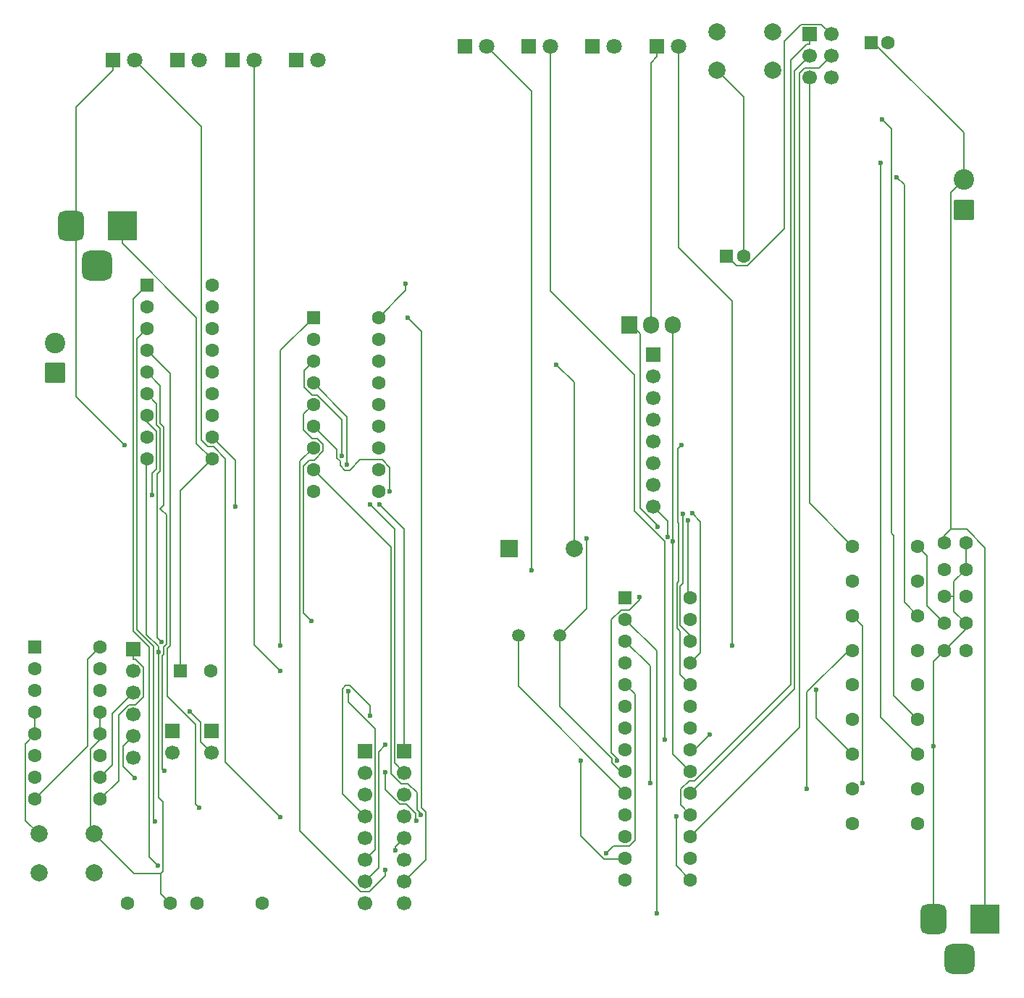
<source format=gbr>
%TF.GenerationSoftware,KiCad,Pcbnew,9.0.7*%
%TF.CreationDate,2026-02-28T21:15:57+05:30*%
%TF.ProjectId,IPD AVR (2),49504420-4156-4522-9028-32292e6b6963,rev?*%
%TF.SameCoordinates,Original*%
%TF.FileFunction,Copper,L2,Bot*%
%TF.FilePolarity,Positive*%
%FSLAX46Y46*%
G04 Gerber Fmt 4.6, Leading zero omitted, Abs format (unit mm)*
G04 Created by KiCad (PCBNEW 9.0.7) date 2026-02-28 21:15:57*
%MOMM*%
%LPD*%
G01*
G04 APERTURE LIST*
G04 Aperture macros list*
%AMRoundRect*
0 Rectangle with rounded corners*
0 $1 Rounding radius*
0 $2 $3 $4 $5 $6 $7 $8 $9 X,Y pos of 4 corners*
0 Add a 4 corners polygon primitive as box body*
4,1,4,$2,$3,$4,$5,$6,$7,$8,$9,$2,$3,0*
0 Add four circle primitives for the rounded corners*
1,1,$1+$1,$2,$3*
1,1,$1+$1,$4,$5*
1,1,$1+$1,$6,$7*
1,1,$1+$1,$8,$9*
0 Add four rect primitives between the rounded corners*
20,1,$1+$1,$2,$3,$4,$5,0*
20,1,$1+$1,$4,$5,$6,$7,0*
20,1,$1+$1,$6,$7,$8,$9,0*
20,1,$1+$1,$8,$9,$2,$3,0*%
G04 Aperture macros list end*
%TA.AperFunction,ComponentPad*%
%ADD10R,1.905000X2.000000*%
%TD*%
%TA.AperFunction,ComponentPad*%
%ADD11O,1.905000X2.000000*%
%TD*%
%TA.AperFunction,ComponentPad*%
%ADD12R,1.700000X1.700000*%
%TD*%
%TA.AperFunction,ComponentPad*%
%ADD13C,1.700000*%
%TD*%
%TA.AperFunction,ComponentPad*%
%ADD14R,1.800000X1.800000*%
%TD*%
%TA.AperFunction,ComponentPad*%
%ADD15C,1.800000*%
%TD*%
%TA.AperFunction,ComponentPad*%
%ADD16C,1.600000*%
%TD*%
%TA.AperFunction,ComponentPad*%
%ADD17RoundRect,0.250000X-0.550000X-0.550000X0.550000X-0.550000X0.550000X0.550000X-0.550000X0.550000X0*%
%TD*%
%TA.AperFunction,ComponentPad*%
%ADD18C,1.500000*%
%TD*%
%TA.AperFunction,ComponentPad*%
%ADD19RoundRect,0.250001X0.949999X-0.949999X0.949999X0.949999X-0.949999X0.949999X-0.949999X-0.949999X0*%
%TD*%
%TA.AperFunction,ComponentPad*%
%ADD20C,2.400000*%
%TD*%
%TA.AperFunction,ComponentPad*%
%ADD21R,2.000000X2.000000*%
%TD*%
%TA.AperFunction,ComponentPad*%
%ADD22C,2.000000*%
%TD*%
%TA.AperFunction,ComponentPad*%
%ADD23R,3.500000X3.500000*%
%TD*%
%TA.AperFunction,ComponentPad*%
%ADD24RoundRect,0.750000X-0.750000X-1.000000X0.750000X-1.000000X0.750000X1.000000X-0.750000X1.000000X0*%
%TD*%
%TA.AperFunction,ComponentPad*%
%ADD25RoundRect,0.875000X-0.875000X-0.875000X0.875000X-0.875000X0.875000X0.875000X-0.875000X0.875000X0*%
%TD*%
%TA.AperFunction,ViaPad*%
%ADD26C,0.600000*%
%TD*%
%TA.AperFunction,Conductor*%
%ADD27C,0.200000*%
%TD*%
G04 APERTURE END LIST*
D10*
%TO.P,U1,1,IN*%
%TO.N,V_Motor*%
X114880000Y-93450000D03*
D11*
%TO.P,U1,2,GND*%
%TO.N,GND*%
X117420000Y-93450000D03*
%TO.P,U1,3,OUT*%
%TO.N,+5V*%
X119960000Y-93450000D03*
%TD*%
D12*
%TO.P,J2,1,Pin_1*%
%TO.N,Net-(J2-Pin_1)*%
X135960000Y-59480000D03*
D13*
%TO.P,J2,2,Pin_2*%
%TO.N,+5V*%
X138500000Y-59480000D03*
%TO.P,J2,3,Pin_3*%
%TO.N,Net-(J2-Pin_3)*%
X135960000Y-62020000D03*
%TO.P,J2,4,Pin_4*%
%TO.N,Net-(J2-Pin_4)*%
X138500000Y-62020000D03*
%TO.P,J2,5,Pin_5*%
%TO.N,Net-(J2-Pin_5)*%
X135960000Y-64560000D03*
%TO.P,J2,6,Pin_6*%
%TO.N,GND*%
X138500000Y-64560000D03*
%TD*%
D14*
%TO.P,D6,1,K*%
%TO.N,GND*%
X68500000Y-62500000D03*
D15*
%TO.P,D6,2,A*%
%TO.N,Net-(D6-A)*%
X71040000Y-62500000D03*
%TD*%
D16*
%TO.P,R10,1*%
%TO.N,5v*%
X64340000Y-161100000D03*
%TO.P,R10,2*%
%TO.N,reset*%
X71960000Y-161100000D03*
%TD*%
%TO.P,C4,1*%
%TO.N,Net-(U2-XTAL1{slash}PB6)*%
X151770000Y-122100000D03*
%TO.P,C4,2*%
%TO.N,GND*%
X154270000Y-122100000D03*
%TD*%
D14*
%TO.P,D5,1,K*%
%TO.N,GND*%
X110620000Y-60920000D03*
D15*
%TO.P,D5,2,A*%
%TO.N,Net-(D5-A)*%
X113160000Y-60920000D03*
%TD*%
D14*
%TO.P,D8,1,K*%
%TO.N,GND*%
X75980000Y-62500000D03*
D15*
%TO.P,D8,2,A*%
%TO.N,Net-(D8-A)*%
X78520000Y-62500000D03*
%TD*%
D12*
%TO.P,J3,1,Pin_1*%
%TO.N,PD7*%
X84000000Y-143340000D03*
D13*
%TO.P,J3,2,Pin_2*%
%TO.N,PD6*%
X84000000Y-145880000D03*
%TO.P,J3,3,Pin_3*%
%TO.N,PD5*%
X84000000Y-148420000D03*
%TO.P,J3,4,Pin_4*%
%TO.N,PD4*%
X84000000Y-150960000D03*
%TO.P,J3,5,Pin_5*%
%TO.N,PD3*%
X84000000Y-153500000D03*
%TO.P,J3,6,Pin_6*%
%TO.N,PD2*%
X84000000Y-156040000D03*
%TO.P,J3,7,Pin_7*%
%TO.N,PD1*%
X84000000Y-158580000D03*
%TO.P,J3,8,Pin_8*%
%TO.N,PD0*%
X84000000Y-161120000D03*
%TD*%
D16*
%TO.P,R8,1*%
%TO.N,PD1*%
X141000000Y-147750000D03*
%TO.P,R8,2*%
%TO.N,Net-(D3-A)*%
X148620000Y-147750000D03*
%TD*%
D14*
%TO.P,D7,1,K*%
%TO.N,GND*%
X118100000Y-60920000D03*
D15*
%TO.P,D7,2,A*%
%TO.N,Net-(D7-A)*%
X120640000Y-60920000D03*
%TD*%
D17*
%TO.P,C8,1*%
%TO.N,12v*%
X62424700Y-133930000D03*
D16*
%TO.P,C8,2*%
%TO.N,GND*%
X65924700Y-133930000D03*
%TD*%
D18*
%TO.P,Y1,1,1*%
%TO.N,Net-(U2-XTAL2{slash}PB7)*%
X101910000Y-129800000D03*
%TO.P,Y1,2,2*%
%TO.N,Net-(U2-XTAL1{slash}PB6)*%
X106790000Y-129800000D03*
%TD*%
D16*
%TO.P,R1,1*%
%TO.N,Net-(J2-Pin_5)*%
X141000000Y-119400000D03*
%TO.P,R1,2*%
%TO.N,+5V*%
X148620000Y-119400000D03*
%TD*%
D14*
%TO.P,D4,1,K*%
%TO.N,GND*%
X62040000Y-62500000D03*
D15*
%TO.P,D4,2,A*%
%TO.N,Net-(D4-A)*%
X64580000Y-62500000D03*
%TD*%
D12*
%TO.P,J8,1,Pin_1*%
%TO.N,Net-(J8-Pin_1)*%
X56910000Y-131450000D03*
D13*
%TO.P,J8,2,Pin_2*%
%TO.N,Net-(J8-Pin_2)*%
X56910000Y-133990000D03*
%TO.P,J8,3,Pin_3*%
%TO.N,Net-(J8-Pin_3)*%
X56910000Y-136530000D03*
%TO.P,J8,4,Pin_4*%
%TO.N,Net-(J8-Pin_4)*%
X56910000Y-139070000D03*
%TO.P,J8,5,Pin_5*%
%TO.N,Net-(J8-Pin_5)*%
X56910000Y-141610000D03*
%TO.P,J8,6,Pin_6*%
%TO.N,Net-(J8-Pin_6)*%
X56910000Y-144150000D03*
%TD*%
D14*
%TO.P,D1,1,K*%
%TO.N,GND*%
X95660000Y-60920000D03*
D15*
%TO.P,D1,2,A*%
%TO.N,Net-(D1-A)*%
X98200000Y-60920000D03*
%TD*%
D17*
%TO.P,U5,1,EN1\u002C2*%
%TO.N,Net-(J8-Pin_4)*%
X45420000Y-131200000D03*
D16*
%TO.P,U5,2,1A*%
%TO.N,Net-(J8-Pin_6)*%
X45420000Y-133740000D03*
%TO.P,U5,3,1Y*%
%TO.N,Net-(J9-Pin_1)*%
X45420000Y-136280000D03*
%TO.P,U5,4,GND*%
%TO.N,GND*%
X45420000Y-138820000D03*
%TO.P,U5,5,GND*%
X45420000Y-141360000D03*
%TO.P,U5,6,2Y*%
%TO.N,Net-(J9-Pin_2)*%
X45420000Y-143900000D03*
%TO.P,U5,7,2A*%
%TO.N,Net-(J8-Pin_5)*%
X45420000Y-146440000D03*
%TO.P,U5,8,VCC2*%
%TO.N,12v*%
X45420000Y-148980000D03*
%TO.P,U5,9,EN3\u002C4*%
%TO.N,Net-(J8-Pin_1)*%
X53040000Y-148980000D03*
%TO.P,U5,10,3A*%
%TO.N,Net-(J8-Pin_3)*%
X53040000Y-146440000D03*
%TO.P,U5,11,3Y*%
%TO.N,Net-(J10-Pin_1)*%
X53040000Y-143900000D03*
%TO.P,U5,12,GND*%
%TO.N,GND*%
X53040000Y-141360000D03*
%TO.P,U5,13,GND*%
X53040000Y-138820000D03*
%TO.P,U5,14,4Y*%
%TO.N,Net-(J10-Pin_2)*%
X53040000Y-136280000D03*
%TO.P,U5,15,4A*%
%TO.N,Net-(J8-Pin_2)*%
X53040000Y-133740000D03*
%TO.P,U5,16,VCC1*%
%TO.N,12v*%
X53040000Y-131200000D03*
%TD*%
D19*
%TO.P,J4,1,Pin_1*%
%TO.N,Net-(J4-Pin_1)*%
X154000000Y-80000000D03*
D20*
%TO.P,J4,2,Pin_2*%
%TO.N,V_Motor*%
X154000000Y-76500000D03*
%TD*%
D16*
%TO.P,C2,1*%
%TO.N,V_Motor*%
X151770000Y-118950000D03*
%TO.P,C2,2*%
%TO.N,GND*%
X154270000Y-118950000D03*
%TD*%
D17*
%TO.P,C3,1*%
%TO.N,+5V*%
X126289800Y-85410000D03*
D16*
%TO.P,C3,2*%
%TO.N,GND*%
X128289800Y-85410000D03*
%TD*%
D12*
%TO.P,J7,1,Pin_1*%
%TO.N,Net-(J7-Pin_1)*%
X117680000Y-96960000D03*
D13*
%TO.P,J7,2,Pin_2*%
%TO.N,Net-(J7-Pin_2)*%
X117680000Y-99500000D03*
%TO.P,J7,3,Pin_3*%
%TO.N,Net-(J7-Pin_3)*%
X117680000Y-102040000D03*
%TO.P,J7,4,Pin_4*%
%TO.N,Net-(J7-Pin_4)*%
X117680000Y-104580000D03*
%TO.P,J7,5,Pin_5*%
%TO.N,Net-(J7-Pin_5)*%
X117680000Y-107120000D03*
%TO.P,J7,6,Pin_6*%
%TO.N,Net-(J7-Pin_6)*%
X117680000Y-109660000D03*
%TO.P,J7,7,Pin_7*%
%TO.N,Net-(J7-Pin_7)*%
X117680000Y-112200000D03*
%TO.P,J7,8,Pin_8*%
%TO.N,Net-(J7-Pin_8)*%
X117680000Y-114740000D03*
%TD*%
D12*
%TO.P,J10,1,Pin_1*%
%TO.N,Net-(J10-Pin_1)*%
X66090000Y-141000000D03*
D13*
%TO.P,J10,2,Pin_2*%
%TO.N,Net-(J10-Pin_2)*%
X66090000Y-143540000D03*
%TD*%
D16*
%TO.P,C7,1*%
%TO.N,GND*%
X151770000Y-131550000D03*
%TO.P,C7,2*%
%TO.N,Net-(U2-AREF)*%
X154270000Y-131550000D03*
%TD*%
D19*
%TO.P,J5,1,Pin_1*%
%TO.N,Net-(J5-Pin_1)*%
X47790000Y-99120000D03*
D20*
%TO.P,J5,2,Pin_2*%
%TO.N,V_Motor*%
X47790000Y-95620000D03*
%TD*%
D16*
%TO.P,R5,1*%
%TO.N,PD4*%
X141000000Y-135600000D03*
%TO.P,R5,2*%
%TO.N,Net-(D6-A)*%
X148620000Y-135600000D03*
%TD*%
%TO.P,R4,1*%
%TO.N,PD5*%
X141000000Y-131550000D03*
%TO.P,R4,2*%
%TO.N,Net-(D7-A)*%
X148620000Y-131550000D03*
%TD*%
D12*
%TO.P,J6,1,Pin_1*%
%TO.N,Net-(J6-Pin_1)*%
X88590000Y-143340000D03*
D13*
%TO.P,J6,2,Pin_2*%
%TO.N,Net-(J6-Pin_2)*%
X88590000Y-145880000D03*
%TO.P,J6,3,Pin_3*%
%TO.N,Net-(J6-Pin_3)*%
X88590000Y-148420000D03*
%TO.P,J6,4,Pin_4*%
%TO.N,Net-(J6-Pin_4)*%
X88590000Y-150960000D03*
%TO.P,J6,5,Pin_5*%
%TO.N,Net-(J6-Pin_5)*%
X88590000Y-153500000D03*
%TO.P,J6,6,Pin_6*%
%TO.N,Net-(J6-Pin_6)*%
X88590000Y-156040000D03*
%TO.P,J6,7,Pin_7*%
%TO.N,Net-(J6-Pin_7)*%
X88590000Y-158580000D03*
%TO.P,J6,8,Pin_8*%
%TO.N,Net-(J6-Pin_8)*%
X88590000Y-161120000D03*
%TD*%
D16*
%TO.P,C5,1*%
%TO.N,GND*%
X151770000Y-125250000D03*
%TO.P,C5,2*%
%TO.N,Net-(U2-XTAL2{slash}PB7)*%
X154270000Y-125250000D03*
%TD*%
D12*
%TO.P,J9,1,Pin_1*%
%TO.N,Net-(J9-Pin_1)*%
X61500000Y-141000000D03*
D13*
%TO.P,J9,2,Pin_2*%
%TO.N,Net-(J9-Pin_2)*%
X61500000Y-143540000D03*
%TD*%
D16*
%TO.P,R7,1*%
%TO.N,PD2*%
X141000000Y-143700000D03*
%TO.P,R7,2*%
%TO.N,Net-(D4-A)*%
X148620000Y-143700000D03*
%TD*%
D17*
%TO.P,U3,1,I1*%
%TO.N,PC0*%
X77950000Y-92620000D03*
D16*
%TO.P,U3,2,I2*%
%TO.N,PC1*%
X77950000Y-95160000D03*
%TO.P,U3,3,I3*%
%TO.N,PC2*%
X77950000Y-97700000D03*
%TO.P,U3,4,I4*%
%TO.N,PC3*%
X77950000Y-100240000D03*
%TO.P,U3,5,I5*%
%TO.N,PC4*%
X77950000Y-102780000D03*
%TO.P,U3,6,I6*%
%TO.N,PC5*%
X77950000Y-105320000D03*
%TO.P,U3,7,I7*%
%TO.N,PB0*%
X77950000Y-107860000D03*
%TO.P,U3,8,I8*%
%TO.N,PB1*%
X77950000Y-110400000D03*
%TO.P,U3,9,GND*%
%TO.N,GND*%
X77950000Y-112940000D03*
%TO.P,U3,10,COM*%
%TO.N,V_Motor*%
X85570000Y-112940000D03*
%TO.P,U3,11,O8*%
%TO.N,unconnected-(U3-O8-Pad11)*%
X85570000Y-110400000D03*
%TO.P,U3,12,O7*%
%TO.N,unconnected-(U3-O7-Pad12)*%
X85570000Y-107860000D03*
%TO.P,U3,13,O6*%
%TO.N,unconnected-(U3-O6-Pad13)*%
X85570000Y-105320000D03*
%TO.P,U3,14,O5*%
%TO.N,unconnected-(U3-O5-Pad14)*%
X85570000Y-102780000D03*
%TO.P,U3,15,O4*%
%TO.N,unconnected-(U3-O4-Pad15)*%
X85570000Y-100240000D03*
%TO.P,U3,16,O3*%
%TO.N,Net-(BZ1--)*%
X85570000Y-97700000D03*
%TO.P,U3,17,O2*%
%TO.N,Net-(J5-Pin_1)*%
X85570000Y-95160000D03*
%TO.P,U3,18,O1*%
%TO.N,Net-(J4-Pin_1)*%
X85570000Y-92620000D03*
%TD*%
D21*
%TO.P,BZ1,1,+*%
%TO.N,V_Motor*%
X100850000Y-119670000D03*
D22*
%TO.P,BZ1,2,-*%
%TO.N,Net-(BZ1--)*%
X108450000Y-119670000D03*
%TD*%
D16*
%TO.P,R6,1*%
%TO.N,PD3*%
X141000000Y-139650000D03*
%TO.P,R6,2*%
%TO.N,Net-(D5-A)*%
X148620000Y-139650000D03*
%TD*%
D17*
%TO.P,U4,1,I1*%
%TO.N,Net-(J6-Pin_8)*%
X58500000Y-88860000D03*
D16*
%TO.P,U4,2,I2*%
%TO.N,Net-(J6-Pin_7)*%
X58500000Y-91400000D03*
%TO.P,U4,3,I3*%
%TO.N,Net-(J6-Pin_6)*%
X58500000Y-93940000D03*
%TO.P,U4,4,I4*%
%TO.N,Net-(J6-Pin_5)*%
X58500000Y-96480000D03*
%TO.P,U4,5,I5*%
%TO.N,Net-(J6-Pin_4)*%
X58500000Y-99020000D03*
%TO.P,U4,6,I6*%
%TO.N,Net-(J6-Pin_3)*%
X58500000Y-101560000D03*
%TO.P,U4,7,I7*%
%TO.N,Net-(J6-Pin_2)*%
X58500000Y-104100000D03*
%TO.P,U4,8,I8*%
%TO.N,Net-(J6-Pin_1)*%
X58500000Y-106640000D03*
%TO.P,U4,9,GND*%
%TO.N,GND*%
X58500000Y-109180000D03*
%TO.P,U4,10,COM*%
%TO.N,12v*%
X66120000Y-109180000D03*
%TO.P,U4,11,O8*%
%TO.N,Net-(J7-Pin_8)*%
X66120000Y-106640000D03*
%TO.P,U4,12,O7*%
%TO.N,Net-(J7-Pin_7)*%
X66120000Y-104100000D03*
%TO.P,U4,13,O6*%
%TO.N,Net-(J7-Pin_6)*%
X66120000Y-101560000D03*
%TO.P,U4,14,O5*%
%TO.N,Net-(J7-Pin_5)*%
X66120000Y-99020000D03*
%TO.P,U4,15,O4*%
%TO.N,Net-(J7-Pin_4)*%
X66120000Y-96480000D03*
%TO.P,U4,16,O3*%
%TO.N,Net-(J7-Pin_3)*%
X66120000Y-93940000D03*
%TO.P,U4,17,O2*%
%TO.N,Net-(J7-Pin_2)*%
X66120000Y-91400000D03*
%TO.P,U4,18,O1*%
%TO.N,Net-(J7-Pin_1)*%
X66120000Y-88860000D03*
%TD*%
D17*
%TO.P,U2,1,~{RESET}/PC6*%
%TO.N,Net-(J2-Pin_5)*%
X114420000Y-125380000D03*
D16*
%TO.P,U2,2,PD0*%
%TO.N,PD0*%
X114420000Y-127920000D03*
%TO.P,U2,3,PD1*%
%TO.N,PD1*%
X114420000Y-130460000D03*
%TO.P,U2,4,PD2*%
%TO.N,PD2*%
X114420000Y-133000000D03*
%TO.P,U2,5,PD3*%
%TO.N,PD3*%
X114420000Y-135540000D03*
%TO.P,U2,6,PD4*%
%TO.N,PD4*%
X114420000Y-138080000D03*
%TO.P,U2,7,VCC*%
%TO.N,+5V*%
X114420000Y-140620000D03*
%TO.P,U2,8,GND*%
%TO.N,GND*%
X114420000Y-143160000D03*
%TO.P,U2,9,XTAL1/PB6*%
%TO.N,Net-(U2-XTAL1{slash}PB6)*%
X114420000Y-145700000D03*
%TO.P,U2,10,XTAL2/PB7*%
%TO.N,Net-(U2-XTAL2{slash}PB7)*%
X114420000Y-148240000D03*
%TO.P,U2,11,PD5*%
%TO.N,PD5*%
X114420000Y-150780000D03*
%TO.P,U2,12,PD6*%
%TO.N,PD6*%
X114420000Y-153320000D03*
%TO.P,U2,13,PD7*%
%TO.N,PD7*%
X114420000Y-155860000D03*
%TO.P,U2,14,PB0*%
%TO.N,PB0*%
X114420000Y-158400000D03*
%TO.P,U2,15,PB1*%
%TO.N,PB1*%
X122040000Y-158400000D03*
%TO.P,U2,16,PB2*%
%TO.N,unconnected-(U2-PB2-Pad16)*%
X122040000Y-155860000D03*
%TO.P,U2,17,PB3*%
%TO.N,Net-(J2-Pin_4)*%
X122040000Y-153320000D03*
%TO.P,U2,18,PB4*%
%TO.N,Net-(J2-Pin_1)*%
X122040000Y-150780000D03*
%TO.P,U2,19,PB5*%
%TO.N,Net-(J2-Pin_3)*%
X122040000Y-148240000D03*
%TO.P,U2,20,AVCC*%
%TO.N,+5V*%
X122040000Y-145700000D03*
%TO.P,U2,21,AREF*%
%TO.N,Net-(U2-AREF)*%
X122040000Y-143160000D03*
%TO.P,U2,22,GND*%
%TO.N,GND*%
X122040000Y-140620000D03*
%TO.P,U2,23,PC0*%
%TO.N,PC0*%
X122040000Y-138080000D03*
%TO.P,U2,24,PC1*%
%TO.N,PC1*%
X122040000Y-135540000D03*
%TO.P,U2,25,PC2*%
%TO.N,PC2*%
X122040000Y-133000000D03*
%TO.P,U2,26,PC3*%
%TO.N,PC3*%
X122040000Y-130460000D03*
%TO.P,U2,27,PC4*%
%TO.N,PC4*%
X122040000Y-127920000D03*
%TO.P,U2,28,PC5*%
%TO.N,PC5*%
X122040000Y-125380000D03*
%TD*%
D23*
%TO.P,J1,1*%
%TO.N,V_Motor*%
X156500000Y-163000000D03*
D24*
%TO.P,J1,2*%
%TO.N,GND*%
X150500000Y-163000000D03*
D25*
%TO.P,J1,3*%
%TO.N,N/C*%
X153500000Y-167700000D03*
%TD*%
D22*
%TO.P,SW2,1,1*%
%TO.N,GND*%
X45860000Y-153050000D03*
X52360000Y-153050000D03*
%TO.P,SW2,2,2*%
%TO.N,reset*%
X45860000Y-157550000D03*
X52360000Y-157550000D03*
%TD*%
D14*
%TO.P,D3,1,K*%
%TO.N,GND*%
X103140000Y-60920000D03*
D15*
%TO.P,D3,2,A*%
%TO.N,Net-(D3-A)*%
X105680000Y-60920000D03*
%TD*%
D16*
%TO.P,R2,1*%
%TO.N,PD7*%
X141000000Y-123450000D03*
%TO.P,R2,2*%
%TO.N,Net-(D1-A)*%
X148620000Y-123450000D03*
%TD*%
D17*
%TO.P,C1,1*%
%TO.N,V_Motor*%
X143169800Y-60460000D03*
D16*
%TO.P,C1,2*%
%TO.N,GND*%
X145169800Y-60460000D03*
%TD*%
%TO.P,C6,1*%
%TO.N,+5V*%
X151770000Y-128400000D03*
%TO.P,C6,2*%
%TO.N,GND*%
X154270000Y-128400000D03*
%TD*%
D23*
%TO.P,J11,1*%
%TO.N,12v*%
X55640000Y-81885000D03*
D24*
%TO.P,J11,2*%
%TO.N,GND*%
X49640000Y-81885000D03*
D25*
%TO.P,J11,3*%
%TO.N,N/C*%
X52640000Y-86585000D03*
%TD*%
D16*
%TO.P,R9,1*%
%TO.N,PD0*%
X141000000Y-151800000D03*
%TO.P,R9,2*%
%TO.N,Net-(D2-A)*%
X148620000Y-151800000D03*
%TD*%
%TO.P,R3,1*%
%TO.N,PD6*%
X141000000Y-127500000D03*
%TO.P,R3,2*%
%TO.N,Net-(D8-A)*%
X148620000Y-127500000D03*
%TD*%
D14*
%TO.P,D2,1,K*%
%TO.N,GND*%
X54560000Y-62500000D03*
D15*
%TO.P,D2,2,A*%
%TO.N,Net-(D2-A)*%
X57100000Y-62500000D03*
%TD*%
D16*
%TO.P,C9,1*%
%TO.N,reset*%
X56190000Y-161100000D03*
%TO.P,C9,2*%
%TO.N,GND*%
X61190000Y-161100000D03*
%TD*%
D22*
%TO.P,SW1,1,1*%
%TO.N,Net-(J2-Pin_5)*%
X125140000Y-59210000D03*
X131640000Y-59210000D03*
%TO.P,SW1,2,2*%
%TO.N,GND*%
X125140000Y-63710000D03*
X131640000Y-63710000D03*
%TD*%
D26*
%TO.N,Net-(J10-Pin_2)*%
X63495800Y-138708800D03*
%TO.N,Net-(J8-Pin_5)*%
X57096100Y-146474900D03*
%TO.N,PC2*%
X81312600Y-108791100D03*
X122231300Y-115544600D03*
%TO.N,PC3*%
X81907600Y-109854100D03*
X121202200Y-115578700D03*
%TO.N,PC0*%
X74133400Y-131003000D03*
%TO.N,PC1*%
X121024500Y-107566300D03*
%TO.N,PB1*%
X90546800Y-150845600D03*
X120393800Y-150947600D03*
%TO.N,PB0*%
X86331300Y-157218500D03*
%TO.N,PC4*%
X77721100Y-128088900D03*
%TO.N,PC5*%
X121804000Y-116361700D03*
X86908700Y-112989200D03*
%TO.N,Net-(J7-Pin_8)*%
X119364200Y-118284800D03*
X68828400Y-114762600D03*
%TO.N,Net-(J6-Pin_1)*%
X85707900Y-114452900D03*
%TO.N,Net-(J6-Pin_6)*%
X59456700Y-151543300D03*
%TO.N,Net-(J6-Pin_7)*%
X89018800Y-92663200D03*
%TO.N,Net-(J6-Pin_5)*%
X64574600Y-149934400D03*
X87541400Y-154945200D03*
%TO.N,Net-(J6-Pin_4)*%
X60533500Y-145679700D03*
%TO.N,Net-(J6-Pin_3)*%
X60184800Y-130591400D03*
%TO.N,Net-(J6-Pin_2)*%
X84571900Y-114529500D03*
X59069500Y-113429900D03*
%TO.N,Net-(J6-Pin_8)*%
X59780300Y-156752700D03*
%TO.N,Net-(J4-Pin_1)*%
X88774700Y-88634800D03*
%TO.N,PD6*%
X86399700Y-145775800D03*
X89984900Y-151512500D03*
X142177200Y-147065400D03*
%TO.N,PD4*%
X84596300Y-139186700D03*
%TO.N,PD7*%
X109233500Y-144491700D03*
X113462600Y-144446200D03*
X116052600Y-125285700D03*
%TO.N,PD1*%
X117364400Y-147060000D03*
X86413500Y-142613400D03*
%TO.N,PD5*%
X135683500Y-147728500D03*
%TO.N,PD2*%
X136764500Y-136183500D03*
X82025800Y-136309100D03*
%TO.N,PD3*%
X112191600Y-155312100D03*
%TO.N,PD0*%
X118092700Y-162289400D03*
%TO.N,Net-(D8-A)*%
X146148000Y-76199400D03*
%TO.N,Net-(D7-A)*%
X126886500Y-131020700D03*
%TO.N,Net-(D6-A)*%
X74115700Y-133952500D03*
%TO.N,Net-(D5-A)*%
X144478900Y-69452900D03*
%TO.N,Net-(D4-A)*%
X144294900Y-74533500D03*
%TO.N,Net-(D3-A)*%
X119046400Y-142008900D03*
%TO.N,Net-(D2-A)*%
X74115700Y-151073700D03*
%TO.N,Net-(D1-A)*%
X103433700Y-122225300D03*
%TO.N,Net-(U2-AREF)*%
X124270900Y-141420100D03*
%TO.N,Net-(U2-XTAL1{slash}PB6)*%
X109874300Y-118468400D03*
%TO.N,+5V*%
X120000000Y-118821000D03*
%TO.N,GND*%
X59851400Y-131796200D03*
X150500000Y-142747900D03*
X55925100Y-107566300D03*
%TO.N,Net-(BZ1--)*%
X106365500Y-98112500D03*
%TO.N,V_Motor*%
X118181300Y-117087000D03*
%TD*%
D27*
%TO.N,Net-(D6-A)*%
X74115700Y-133952500D02*
X71040000Y-130876800D01*
X71040000Y-130876800D02*
X71040000Y-62500000D01*
%TO.N,+5V*%
X119960000Y-95751700D02*
X120000000Y-95791700D01*
X119960000Y-93450000D02*
X119960000Y-95751700D01*
%TO.N,V_Motor*%
X115084200Y-93450000D02*
X116134200Y-94500000D01*
X114880000Y-93450000D02*
X115084200Y-93450000D01*
%TO.N,Net-(J10-Pin_2)*%
X64774600Y-139987600D02*
X63495800Y-138708800D01*
X64774600Y-142224600D02*
X64774600Y-139987600D01*
X66090000Y-143540000D02*
X64774600Y-142224600D01*
%TO.N,Net-(J8-Pin_1)*%
X55191000Y-146829000D02*
X53040000Y-148980000D01*
X55191000Y-139104900D02*
X55191000Y-146829000D01*
X56377600Y-137918300D02*
X55191000Y-139104900D01*
X57191000Y-137918300D02*
X56377600Y-137918300D01*
X58110900Y-136998400D02*
X57191000Y-137918300D01*
X58110900Y-133514700D02*
X58110900Y-136998400D01*
X57197900Y-132601700D02*
X58110900Y-133514700D01*
X56910000Y-132601700D02*
X57197900Y-132601700D01*
X56910000Y-131450000D02*
X56910000Y-132601700D01*
%TO.N,Net-(J8-Pin_5)*%
X55758300Y-145137100D02*
X57096100Y-146474900D01*
X55758300Y-142761700D02*
X55758300Y-145137100D01*
X56910000Y-141610000D02*
X55758300Y-142761700D01*
%TO.N,Net-(J8-Pin_3)*%
X54479800Y-145000200D02*
X53040000Y-146440000D01*
X54479800Y-138960200D02*
X54479800Y-145000200D01*
X56910000Y-136530000D02*
X54479800Y-138960200D01*
%TO.N,12v*%
X55640000Y-81885000D02*
X55640000Y-83936700D01*
X62424700Y-112875300D02*
X62424700Y-133930000D01*
X66120000Y-109180000D02*
X62424700Y-112875300D01*
X51600200Y-132639800D02*
X53040000Y-131200000D01*
X51600200Y-142799800D02*
X51600200Y-132639800D01*
X45420000Y-148980000D02*
X51600200Y-142799800D01*
X64312100Y-107372100D02*
X66120000Y-109180000D01*
X64312100Y-92608800D02*
X64312100Y-107372100D01*
X55640000Y-83936700D02*
X64312100Y-92608800D01*
%TO.N,PC2*%
X81312600Y-104560900D02*
X81312600Y-108791100D01*
X78430000Y-101678300D02*
X81312600Y-104560900D01*
X77790900Y-101678300D02*
X78430000Y-101678300D01*
X76848300Y-100735700D02*
X77790900Y-101678300D01*
X76848300Y-98801700D02*
X76848300Y-100735700D01*
X77950000Y-97700000D02*
X76848300Y-98801700D01*
X123167700Y-131872300D02*
X122040000Y-133000000D01*
X123167700Y-116481000D02*
X123167700Y-131872300D01*
X122231300Y-115544600D02*
X123167700Y-116481000D01*
%TO.N,PC3*%
X81907600Y-109854100D02*
X81906000Y-109854100D01*
X81906000Y-109854100D02*
X81907600Y-109854100D01*
X81914300Y-104204300D02*
X77950000Y-100240000D01*
X81914300Y-109847400D02*
X81914300Y-104204300D01*
X81907600Y-109854100D02*
X81914300Y-109847400D01*
X122040000Y-129787200D02*
X122040000Y-130460000D01*
X120872800Y-128620000D02*
X122040000Y-129787200D01*
X120872800Y-124016100D02*
X120872800Y-128620000D01*
X121202200Y-123686700D02*
X120872800Y-124016100D01*
X121202200Y-115578700D02*
X121202200Y-123686700D01*
X121202200Y-115578700D02*
X121202200Y-115721700D01*
X121202200Y-115721700D02*
X121202200Y-115578700D01*
%TO.N,PC0*%
X74133400Y-96436600D02*
X77950000Y-92620000D01*
X74133400Y-131003000D02*
X74133400Y-96436600D01*
%TO.N,PC1*%
X120872800Y-134372800D02*
X122040000Y-135540000D01*
X120872800Y-129388200D02*
X120872800Y-134372800D01*
X120706500Y-129221900D02*
X120872800Y-129388200D01*
X120706500Y-129221900D02*
X120872800Y-129388200D01*
X120471100Y-128986500D02*
X120706500Y-129221900D01*
X120471100Y-123716300D02*
X120471100Y-128986500D01*
X120700500Y-123486900D02*
X120471100Y-123716300D01*
X120700500Y-116678600D02*
X120700500Y-123486900D01*
X120600500Y-116578600D02*
X120700500Y-116678600D01*
X120600500Y-107990300D02*
X120600500Y-116578600D01*
X121024500Y-107566300D02*
X120600500Y-107990300D01*
%TO.N,PB1*%
X90546800Y-150668100D02*
X90546800Y-150845600D01*
X90066600Y-150187900D02*
X90546800Y-150668100D01*
X90066600Y-148215500D02*
X90066600Y-150187900D01*
X89001100Y-147150000D02*
X90066600Y-148215500D01*
X88214100Y-147150000D02*
X89001100Y-147150000D01*
X87029000Y-145964900D02*
X88214100Y-147150000D01*
X87029000Y-119479000D02*
X87029000Y-145964900D01*
X77950000Y-110400000D02*
X87029000Y-119479000D01*
X120393800Y-156753800D02*
X122040000Y-158400000D01*
X120393800Y-150947600D02*
X120393800Y-156753800D01*
%TO.N,PB0*%
X86331300Y-157901400D02*
X86331300Y-157218500D01*
X84472400Y-159760300D02*
X86331300Y-157901400D01*
X83491100Y-159760300D02*
X84472400Y-159760300D01*
X76398400Y-152667600D02*
X83491100Y-159760300D01*
X76398400Y-109411600D02*
X76398400Y-152667600D01*
X77950000Y-107860000D02*
X76398400Y-109411600D01*
%TO.N,PC4*%
X76819500Y-103910500D02*
X77950000Y-102780000D01*
X76819500Y-105754500D02*
X76819500Y-103910500D01*
X77823300Y-106758300D02*
X76819500Y-105754500D01*
X78414300Y-106758300D02*
X77823300Y-106758300D01*
X79113700Y-107457700D02*
X78414300Y-106758300D01*
X79113700Y-108262900D02*
X79113700Y-107457700D01*
X78078300Y-109298300D02*
X79113700Y-108262900D01*
X77493700Y-109298300D02*
X78078300Y-109298300D01*
X76830200Y-109961800D02*
X77493700Y-109298300D01*
X76830200Y-127198000D02*
X76830200Y-109961800D01*
X77721100Y-128088900D02*
X76830200Y-127198000D01*
%TO.N,PC5*%
X121804000Y-125144000D02*
X122040000Y-125380000D01*
X121804000Y-116361700D02*
X121804000Y-125144000D01*
X121804000Y-116361700D02*
X121804000Y-116469200D01*
X121804000Y-116469200D02*
X121804000Y-116361700D01*
X86908700Y-110172000D02*
X86908700Y-112989200D01*
X86017400Y-109280700D02*
X86908700Y-110172000D01*
X83410800Y-109280700D02*
X86017400Y-109280700D01*
X82224100Y-110467400D02*
X83410800Y-109280700D01*
X81657000Y-110467400D02*
X82224100Y-110467400D01*
X81080000Y-109890400D02*
X81657000Y-110467400D01*
X81080000Y-109409200D02*
X81080000Y-109890400D01*
X81079900Y-109409200D02*
X81080000Y-109409200D01*
X80710900Y-109040200D02*
X81079900Y-109409200D01*
X80710900Y-108080900D02*
X80710900Y-109040200D01*
X77950000Y-105320000D02*
X80710900Y-108080900D01*
X121804000Y-116361700D02*
X121802400Y-116361700D01*
X121802400Y-116361700D02*
X121804000Y-116361700D01*
%TO.N,Net-(J7-Pin_8)*%
X119364200Y-116424200D02*
X119364200Y-118284800D01*
X117680000Y-114740000D02*
X119364200Y-116424200D01*
X68828400Y-109348400D02*
X66120000Y-106640000D01*
X68828400Y-114762600D02*
X68828400Y-109348400D01*
%TO.N,Net-(J6-Pin_1)*%
X88590000Y-117335000D02*
X88590000Y-143340000D01*
X85707900Y-114452900D02*
X88590000Y-117335000D01*
%TO.N,Net-(J6-Pin_6)*%
X57328800Y-95111200D02*
X58500000Y-93940000D01*
X57328800Y-129158800D02*
X57328800Y-95111200D01*
X59246600Y-131076600D02*
X57328800Y-129158800D01*
X59246600Y-151333200D02*
X59246600Y-131076600D01*
X59456700Y-151543300D02*
X59246600Y-151333200D01*
%TO.N,Net-(J6-Pin_7)*%
X90752900Y-150106000D02*
X90588100Y-149941200D01*
X90752900Y-150106000D02*
X90588100Y-149941200D01*
X90588100Y-94232500D02*
X89018800Y-92663200D01*
X90588100Y-149941200D02*
X90588100Y-94232500D01*
X91148500Y-150501600D02*
X90752900Y-150106000D01*
X91148500Y-156021500D02*
X91148500Y-150501600D01*
X88590000Y-158580000D02*
X91148500Y-156021500D01*
%TO.N,Net-(J6-Pin_5)*%
X61188200Y-99168200D02*
X58500000Y-96480000D01*
X61188200Y-131006900D02*
X61188200Y-99168200D01*
X60853200Y-131341900D02*
X61188200Y-131006900D01*
X60853200Y-131379100D02*
X60853200Y-131341900D01*
X60854800Y-131380700D02*
X60853200Y-131379100D01*
X60854800Y-136918600D02*
X60854800Y-131380700D01*
X64172900Y-140236700D02*
X60854800Y-136918600D01*
X64172900Y-149532700D02*
X64172900Y-140236700D01*
X64574600Y-149934400D02*
X64172900Y-149532700D01*
X87541400Y-154548600D02*
X87541400Y-154945200D01*
X88590000Y-153500000D02*
X87541400Y-154548600D01*
X87541400Y-154945200D02*
X87541400Y-154945300D01*
X87541400Y-154945300D02*
X87541400Y-154945200D01*
%TO.N,Net-(J6-Pin_4)*%
X60078000Y-114974800D02*
X60242800Y-115139600D01*
X60078000Y-114974800D02*
X60242800Y-115139600D01*
X60786500Y-115683300D02*
X60242800Y-115139600D01*
X60786500Y-130840600D02*
X60786500Y-115683300D01*
X60451500Y-131175600D02*
X60786500Y-130840600D01*
X60451500Y-131545400D02*
X60451500Y-131175600D01*
X60453100Y-131547000D02*
X60451500Y-131545400D01*
X60453100Y-132047000D02*
X60453100Y-131547000D01*
X60301900Y-132198200D02*
X60453100Y-132047000D01*
X60301900Y-145448100D02*
X60301900Y-132198200D01*
X60533500Y-145679700D02*
X60301900Y-145448100D01*
X60442400Y-105407200D02*
X60207000Y-105171800D01*
X60442400Y-114610400D02*
X60442400Y-105407200D01*
X60078000Y-114974800D02*
X60442400Y-114610400D01*
X60078000Y-100598000D02*
X58500000Y-99020000D01*
X60078000Y-105042800D02*
X60078000Y-100598000D01*
X60207000Y-105171800D02*
X60078000Y-105042800D01*
X60207000Y-105171800D02*
X60078000Y-105042800D01*
%TO.N,Net-(J6-Pin_3)*%
X60040700Y-105573500D02*
X59805300Y-105338100D01*
X60040700Y-110576200D02*
X60040700Y-105573500D01*
X59671200Y-110945700D02*
X60040700Y-110576200D01*
X59671200Y-130077800D02*
X59671200Y-110945700D01*
X60184800Y-130591400D02*
X59671200Y-130077800D01*
X59639000Y-102699000D02*
X58500000Y-101560000D01*
X59639000Y-105171800D02*
X59639000Y-102699000D01*
X59805300Y-105338100D02*
X59639000Y-105171800D01*
X59805300Y-105338100D02*
X59639000Y-105171800D01*
%TO.N,Net-(J6-Pin_2)*%
X87438300Y-144728300D02*
X88590000Y-145880000D01*
X87438300Y-117395900D02*
X87438300Y-144728300D01*
X84571900Y-114529500D02*
X87438300Y-117395900D01*
X58500000Y-104801000D02*
X58500000Y-104100000D01*
X59639000Y-105940000D02*
X58500000Y-104801000D01*
X59639000Y-110310100D02*
X59639000Y-105940000D01*
X59069500Y-110879600D02*
X59639000Y-110310100D01*
X59069500Y-113429900D02*
X59069500Y-110879600D01*
%TO.N,Net-(J6-Pin_8)*%
X58751400Y-155723800D02*
X59780300Y-156752700D01*
X58751400Y-131158100D02*
X58751400Y-155723800D01*
X56925200Y-129331900D02*
X58751400Y-131158100D01*
X56925200Y-90434800D02*
X56925200Y-129331900D01*
X58500000Y-88860000D02*
X56925200Y-90434800D01*
%TO.N,Net-(J4-Pin_1)*%
X88774700Y-89415300D02*
X88774700Y-88634800D01*
X85570000Y-92620000D02*
X88774700Y-89415300D01*
%TO.N,PD6*%
X142177200Y-128677200D02*
X141000000Y-127500000D01*
X142177200Y-147065400D02*
X142177200Y-128677200D01*
X86399700Y-145775800D02*
X86399700Y-145923200D01*
X86399700Y-145923200D02*
X86399700Y-145775800D01*
X89945100Y-151472700D02*
X89984900Y-151512500D01*
X89945100Y-150668100D02*
X89945100Y-151472700D01*
X88848700Y-149571700D02*
X89945100Y-150668100D01*
X88089800Y-149571700D02*
X88848700Y-149571700D01*
X86399700Y-147881600D02*
X88089800Y-149571700D01*
X86399700Y-145775800D02*
X86399700Y-147881600D01*
X89984900Y-151512500D02*
X89945100Y-151512500D01*
X89945100Y-151512500D02*
X89984900Y-151512500D01*
%TO.N,PD4*%
X81364000Y-148324000D02*
X84000000Y-150960000D01*
X81364000Y-136042100D02*
X81364000Y-148324000D01*
X81737700Y-135668400D02*
X81364000Y-136042100D01*
X82236100Y-135668400D02*
X81737700Y-135668400D01*
X84596300Y-138028600D02*
X82236100Y-135668400D01*
X84596300Y-139186700D02*
X84596300Y-138028600D01*
X84596300Y-139186700D02*
X84596300Y-138028600D01*
X84596300Y-138028600D02*
X84596300Y-139186700D01*
%TO.N,PD7*%
X116052600Y-125633600D02*
X116052600Y-125285700D01*
X114867900Y-126818300D02*
X116052600Y-125633600D01*
X113946100Y-126818300D02*
X114867900Y-126818300D01*
X112818700Y-127945700D02*
X113946100Y-126818300D01*
X112818700Y-143532800D02*
X112818700Y-127945700D01*
X113462600Y-144176700D02*
X112818700Y-143532800D01*
X113462600Y-144446200D02*
X113462600Y-144176700D01*
X109233500Y-153235100D02*
X109233500Y-144491700D01*
X111934400Y-155936000D02*
X109233500Y-153235100D01*
X114344000Y-155936000D02*
X111934400Y-155936000D01*
X114420000Y-155860000D02*
X114344000Y-155936000D01*
%TO.N,PD1*%
X117364400Y-133404400D02*
X114420000Y-130460000D01*
X117364400Y-147060000D02*
X117364400Y-133404400D01*
X85605700Y-156974300D02*
X84000000Y-158580000D01*
X85605700Y-143421200D02*
X85605700Y-156974300D01*
X86413500Y-142613400D02*
X85605700Y-143421200D01*
%TO.N,PD5*%
X135683500Y-136411300D02*
X135683500Y-147728500D01*
X140544800Y-131550000D02*
X135683500Y-136411300D01*
X141000000Y-131550000D02*
X140544800Y-131550000D01*
%TO.N,PD2*%
X136764500Y-139464500D02*
X136764500Y-136183500D01*
X141000000Y-143700000D02*
X136764500Y-139464500D01*
X85151700Y-154888300D02*
X84000000Y-156040000D01*
X85151700Y-140742200D02*
X85151700Y-154888300D01*
X82025800Y-137616300D02*
X85151700Y-140742200D01*
X82025800Y-136309100D02*
X82025800Y-137616300D01*
X136764500Y-136183500D02*
X136763300Y-136182300D01*
X136763300Y-136182300D02*
X136764500Y-136183500D01*
%TO.N,PD3*%
X113055300Y-154448400D02*
X112191600Y-155312100D01*
X114920800Y-154448400D02*
X113055300Y-154448400D01*
X115566300Y-153802900D02*
X114920800Y-154448400D01*
X115566300Y-136686300D02*
X115566300Y-153802900D01*
X114420000Y-135540000D02*
X115566300Y-136686300D01*
%TO.N,PD0*%
X118092700Y-131592700D02*
X114420000Y-127920000D01*
X118092700Y-162289400D02*
X118092700Y-131592700D01*
%TO.N,Net-(J2-Pin_5)*%
X135960000Y-114360000D02*
X135960000Y-64560000D01*
X141000000Y-119400000D02*
X135960000Y-114360000D01*
%TO.N,Net-(J2-Pin_3)*%
X134206600Y-63773400D02*
X135960000Y-62020000D01*
X134206600Y-136073400D02*
X134206600Y-63773400D01*
X122040000Y-148240000D02*
X134206600Y-136073400D01*
%TO.N,Net-(J2-Pin_1)*%
X135960000Y-59480000D02*
X135960000Y-60631700D01*
X135672100Y-60631700D02*
X135960000Y-60631700D01*
X133804900Y-62498900D02*
X135672100Y-60631700D01*
X133804900Y-135530800D02*
X133804900Y-62498900D01*
X122534000Y-146801700D02*
X133804900Y-135530800D01*
X121918100Y-146801700D02*
X122534000Y-146801700D01*
X120917800Y-147802000D02*
X121918100Y-146801700D01*
X120917800Y-149657800D02*
X120917800Y-147802000D01*
X122040000Y-150780000D02*
X120917800Y-149657800D01*
%TO.N,Net-(J2-Pin_4)*%
X134808300Y-140551700D02*
X122040000Y-153320000D01*
X134808300Y-64023900D02*
X134808300Y-140551700D01*
X135423900Y-63408300D02*
X134808300Y-64023900D01*
X137111700Y-63408300D02*
X135423900Y-63408300D01*
X138500000Y-62020000D02*
X137111700Y-63408300D01*
%TO.N,Net-(D8-A)*%
X147044000Y-125924000D02*
X148620000Y-127500000D01*
X147044000Y-77095400D02*
X147044000Y-125924000D01*
X146148000Y-76199400D02*
X147044000Y-77095400D01*
%TO.N,Net-(D7-A)*%
X126886500Y-90669200D02*
X126886500Y-131020700D01*
X120640000Y-84422700D02*
X126886500Y-90669200D01*
X120640000Y-60920000D02*
X120640000Y-84422700D01*
%TO.N,Net-(D5-A)*%
X145843000Y-136873000D02*
X145843000Y-118098100D01*
X148620000Y-139650000D02*
X145843000Y-136873000D01*
X145843000Y-118098100D02*
X145676700Y-117931800D01*
X145843000Y-118098100D02*
X145676700Y-117931800D01*
X145546300Y-117801400D02*
X145676700Y-117931800D01*
X145546300Y-70520300D02*
X145546300Y-117801400D01*
X144478900Y-69452900D02*
X145546300Y-70520300D01*
%TO.N,Net-(D4-A)*%
X144294900Y-139374900D02*
X144294900Y-74533500D01*
X148620000Y-143700000D02*
X144294900Y-139374900D01*
%TO.N,Net-(D3-A)*%
X119046400Y-118817800D02*
X119046400Y-142008900D01*
X115521200Y-115292600D02*
X119046400Y-118817800D01*
X115521200Y-99311600D02*
X115521200Y-115292600D01*
X105680000Y-89470400D02*
X115521200Y-99311600D01*
X105680000Y-60920000D02*
X105680000Y-89470400D01*
%TO.N,Net-(D2-A)*%
X67672600Y-144630600D02*
X74115700Y-151073700D01*
X67672500Y-144630600D02*
X67672600Y-144630600D01*
X67672500Y-109117900D02*
X67672500Y-144630600D01*
X66296300Y-107741700D02*
X67672500Y-109117900D01*
X65653500Y-107741700D02*
X66296300Y-107741700D01*
X64880200Y-106968400D02*
X65653500Y-107741700D01*
X64880200Y-70280200D02*
X64880200Y-106968400D01*
X57100000Y-62500000D02*
X64880200Y-70280200D01*
%TO.N,Net-(D1-A)*%
X103433700Y-66153700D02*
X98200000Y-60920000D01*
X103433700Y-122225300D02*
X103433700Y-66153700D01*
%TO.N,Net-(U2-AREF)*%
X122531000Y-143160000D02*
X124270900Y-141420100D01*
X122040000Y-143160000D02*
X122531000Y-143160000D01*
%TO.N,Net-(U2-XTAL2{slash}PB7)*%
X101910000Y-135730000D02*
X101910000Y-129800000D01*
X114420000Y-148240000D02*
X101910000Y-135730000D01*
%TO.N,Net-(U2-XTAL1{slash}PB6)*%
X113865600Y-145700000D02*
X114420000Y-145700000D01*
X112860900Y-144695300D02*
X113865600Y-145700000D01*
X112860900Y-144197100D02*
X112860900Y-144695300D01*
X112887900Y-144170100D02*
X112860900Y-144197100D01*
X112887900Y-144170000D02*
X112887900Y-144170100D01*
X106790000Y-138072100D02*
X112887900Y-144170000D01*
X106790000Y-129800000D02*
X106790000Y-138072100D01*
X109874300Y-126715700D02*
X106790000Y-129800000D01*
X109874300Y-118468400D02*
X109874300Y-126715700D01*
%TO.N,+5V*%
X149727400Y-120507400D02*
X148620000Y-119400000D01*
X149727400Y-126357400D02*
X149727400Y-120507400D01*
X151770000Y-128400000D02*
X149727400Y-126357400D01*
X120000000Y-143660000D02*
X122040000Y-145700000D01*
X120000000Y-118821000D02*
X120000000Y-143660000D01*
X137347000Y-58327000D02*
X138500000Y-59480000D01*
X134981200Y-58327000D02*
X137347000Y-58327000D01*
X133031000Y-60277200D02*
X134981200Y-58327000D01*
X133031000Y-82247600D02*
X133031000Y-60277200D01*
X128702000Y-86576600D02*
X133031000Y-82247600D01*
X127456400Y-86576600D02*
X128702000Y-86576600D01*
X126289800Y-85410000D02*
X127456400Y-86576600D01*
X120000000Y-118821000D02*
X120000000Y-95791700D01*
%TO.N,GND*%
X154270000Y-129050000D02*
X154270000Y-128400000D01*
X151770000Y-131550000D02*
X154270000Y-129050000D01*
X152876800Y-125250000D02*
X151770000Y-125250000D01*
X152876800Y-127006800D02*
X152876800Y-125250000D01*
X154270000Y-128400000D02*
X152876800Y-127006800D01*
X152876800Y-123493200D02*
X154270000Y-122100000D01*
X152876800Y-125250000D02*
X152876800Y-123493200D01*
X53040000Y-138820000D02*
X53040000Y-141360000D01*
X53040000Y-141978800D02*
X53040000Y-141360000D01*
X51888300Y-143130500D02*
X53040000Y-141978800D01*
X51888300Y-152578300D02*
X51888300Y-143130500D01*
X52360000Y-153050000D02*
X51888300Y-152578300D01*
X45420000Y-138820000D02*
X45420000Y-141360000D01*
X44280900Y-151470900D02*
X45860000Y-153050000D01*
X44280900Y-142499100D02*
X44280900Y-151470900D01*
X45420000Y-141360000D02*
X44280900Y-142499100D01*
X128289800Y-66859800D02*
X125140000Y-63710000D01*
X128289800Y-85410000D02*
X128289800Y-66859800D01*
X154270000Y-118950000D02*
X154270000Y-122100000D01*
X117420000Y-62801700D02*
X118100000Y-62121700D01*
X117420000Y-94450000D02*
X117420000Y-62801700D01*
X118100000Y-60920000D02*
X118100000Y-62121700D01*
X150500000Y-163000000D02*
X150500000Y-142747900D01*
X150500000Y-132820000D02*
X151770000Y-131550000D01*
X150500000Y-142747900D02*
X150500000Y-132820000D01*
X60103800Y-160013800D02*
X61190000Y-161100000D01*
X60103800Y-157664400D02*
X60103800Y-160013800D01*
X50215000Y-68046700D02*
X54560000Y-63701700D01*
X50215000Y-81885000D02*
X50215000Y-68046700D01*
X49640000Y-81885000D02*
X50215000Y-81885000D01*
X54560000Y-62500000D02*
X54560000Y-63701700D01*
X50215000Y-101856200D02*
X55925100Y-107566300D01*
X50215000Y-81885000D02*
X50215000Y-101856200D01*
X56974400Y-157664400D02*
X60103800Y-157664400D01*
X52360000Y-153050000D02*
X56974400Y-157664400D01*
X59851400Y-148758700D02*
X59851400Y-131796200D01*
X60382000Y-149289300D02*
X59851400Y-148758700D01*
X60382000Y-157386200D02*
X60382000Y-149289300D01*
X60103800Y-157664400D02*
X60382000Y-157386200D01*
X58467800Y-109212200D02*
X58500000Y-109180000D01*
X58467800Y-129725200D02*
X58467800Y-109212200D01*
X59849800Y-131107200D02*
X58467800Y-129725200D01*
X59849800Y-131794600D02*
X59849800Y-131107200D01*
X59851400Y-131796200D02*
X59849800Y-131794600D01*
%TO.N,Net-(BZ1--)*%
X108450000Y-100197000D02*
X106365500Y-98112500D01*
X108450000Y-119670000D02*
X108450000Y-100197000D01*
%TO.N,V_Motor*%
X152466900Y-78033100D02*
X154000000Y-76500000D01*
X152466900Y-117402700D02*
X152466900Y-78033100D01*
X154353700Y-117402700D02*
X152466900Y-117402700D01*
X156500000Y-119549000D02*
X154353700Y-117402700D01*
X156500000Y-163000000D02*
X156500000Y-119549000D01*
X151770000Y-118099600D02*
X151770000Y-118950000D01*
X152466900Y-117402700D02*
X151770000Y-118099600D01*
X116134200Y-114926800D02*
X116134200Y-94500000D01*
X118181300Y-116973900D02*
X116134200Y-114926800D01*
X143459700Y-60460000D02*
X143169800Y-60460000D01*
X154000000Y-71000300D02*
X143459700Y-60460000D01*
X154000000Y-76500000D02*
X154000000Y-71000300D01*
X118181300Y-116973900D02*
X118181300Y-117087000D01*
%TD*%
M02*

</source>
